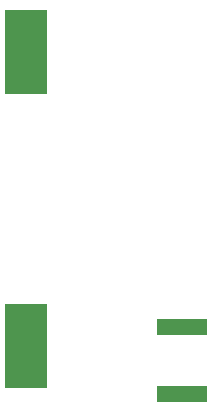
<source format=gbp>
%TF.GenerationSoftware,KiCad,Pcbnew,(5.1.10)-1*%
%TF.CreationDate,2021-12-26T22:15:38+01:00*%
%TF.ProjectId,LORA_ATTINY_v3,4c4f5241-5f41-4545-9449-4e595f76332e,rev?*%
%TF.SameCoordinates,Original*%
%TF.FileFunction,Paste,Bot*%
%TF.FilePolarity,Positive*%
%FSLAX46Y46*%
G04 Gerber Fmt 4.6, Leading zero omitted, Abs format (unit mm)*
G04 Created by KiCad (PCBNEW (5.1.10)-1) date 2021-12-26 22:15:38*
%MOMM*%
%LPD*%
G01*
G04 APERTURE LIST*
%ADD10R,4.200000X1.350000*%
%ADD11R,3.600000X7.100000*%
G04 APERTURE END LIST*
D10*
%TO.C,ANT1*%
X84074000Y-77501000D03*
X84074000Y-71851000D03*
%TD*%
D11*
%TO.C,BAT1*%
X70866000Y-48514000D03*
X70866000Y-73406000D03*
%TD*%
M02*

</source>
